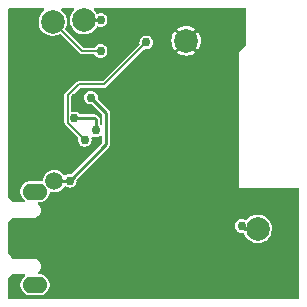
<source format=gbl>
G04 #@! TF.GenerationSoftware,KiCad,Pcbnew,(6.0.11)*
G04 #@! TF.CreationDate,2023-04-24T14:11:09-03:00*
G04 #@! TF.ProjectId,HappyFeet,48617070-7946-4656-9574-2e6b69636164,V0.7*
G04 #@! TF.SameCoordinates,Original*
G04 #@! TF.FileFunction,Copper,L2,Bot*
G04 #@! TF.FilePolarity,Positive*
%FSLAX46Y46*%
G04 Gerber Fmt 4.6, Leading zero omitted, Abs format (unit mm)*
G04 Created by KiCad (PCBNEW (6.0.11)) date 2023-04-24 14:11:09*
%MOMM*%
%LPD*%
G01*
G04 APERTURE LIST*
G04 #@! TA.AperFunction,ComponentPad*
%ADD10O,2.108200X1.397000*%
G04 #@! TD*
G04 #@! TA.AperFunction,SMDPad,CuDef*
%ADD11C,2.000000*%
G04 #@! TD*
G04 #@! TA.AperFunction,SMDPad,CuDef*
%ADD12C,1.500000*%
G04 #@! TD*
G04 #@! TA.AperFunction,ViaPad*
%ADD13C,0.762000*%
G04 #@! TD*
G04 #@! TA.AperFunction,Conductor*
%ADD14C,0.500000*%
G04 #@! TD*
G04 #@! TA.AperFunction,Conductor*
%ADD15C,0.250000*%
G04 #@! TD*
G04 #@! TA.AperFunction,Conductor*
%ADD16C,0.154000*%
G04 #@! TD*
G04 APERTURE END LIST*
D10*
G04 #@! TO.P,J1,10*
G04 #@! TO.N,N/C*
X102468200Y-85720300D03*
G04 #@! TO.P,J1,11*
X102468200Y-93619700D03*
G04 #@! TD*
D11*
G04 #@! TO.P,TP7,1,1*
G04 #@! TO.N,JTAG_TCK*
X103970000Y-71331500D03*
G04 #@! TD*
G04 #@! TO.P,TP10,1,1*
G04 #@! TO.N,GND*
X115270000Y-72951500D03*
G04 #@! TD*
G04 #@! TO.P,TP9,1,1*
G04 #@! TO.N,JTAG_TMS*
X106612500Y-71209000D03*
G04 #@! TD*
G04 #@! TO.P,TP6,1,1*
G04 #@! TO.N,+3V3*
X121317500Y-88879000D03*
G04 #@! TD*
D12*
G04 #@! TO.P,TP8,1,1*
G04 #@! TO.N,NRST*
X104105000Y-84831500D03*
G04 #@! TD*
D13*
G04 #@! TO.N,GND*
X110230000Y-80000000D03*
X113910000Y-75930000D03*
X105850000Y-77820000D03*
X117680000Y-73400000D03*
X116660000Y-80400000D03*
X117650000Y-92100000D03*
X118410000Y-94030000D03*
X116660000Y-78180000D03*
X118720000Y-89340000D03*
X113910111Y-78029900D03*
X116090000Y-71150000D03*
X117890000Y-85550000D03*
X122690000Y-87000000D03*
X112210000Y-79630000D03*
X118920000Y-82630000D03*
X111222500Y-91542500D03*
X111970000Y-71070000D03*
X102892500Y-81337500D03*
X101400000Y-78100000D03*
X110210000Y-76130000D03*
X121610000Y-91630000D03*
X106900000Y-88870000D03*
X119080000Y-77290000D03*
X110230000Y-82600000D03*
X113910022Y-79730000D03*
X123810000Y-91930000D03*
X114650000Y-82630000D03*
X117900000Y-87330000D03*
X118790000Y-72480000D03*
X112440000Y-82630000D03*
X110200000Y-77800000D03*
X124060000Y-88360000D03*
X116740000Y-82630000D03*
X119020000Y-78910000D03*
X105000000Y-94070000D03*
X109000000Y-92570000D03*
X114390000Y-88350000D03*
X112210000Y-78030000D03*
X113560000Y-87010000D03*
X121010000Y-93930000D03*
X118790000Y-73520000D03*
X119020000Y-80550000D03*
X108837500Y-73214000D03*
G04 #@! TO.N,+3V3*
X119977500Y-88634000D03*
G04 #@! TO.N,NRST*
X105400000Y-84800000D03*
X107200000Y-77760000D03*
G04 #@! TO.N,JTAG_TMS*
X108017500Y-71186500D03*
G04 #@! TO.N,JTAG_TCK*
X108015000Y-73816500D03*
G04 #@! TO.N,ACCINT*
X107660000Y-80550000D03*
X105800000Y-79520000D03*
G04 #@! TO.N,ACCCS*
X106682393Y-81327607D03*
X111900000Y-73100000D03*
G04 #@! TD*
D14*
G04 #@! TO.N,GND*
X112210000Y-79630000D02*
X113810022Y-79630000D01*
X113910011Y-78030000D02*
X113910111Y-78029900D01*
X113810022Y-79630000D02*
X113910022Y-79730000D01*
X112210000Y-78030000D02*
X113910011Y-78030000D01*
D15*
G04 #@! TO.N,+3V3*
X121317500Y-88879000D02*
X120222500Y-88879000D01*
X120222500Y-88879000D02*
X119977500Y-88634000D01*
G04 #@! TO.N,NRST*
X105400000Y-84800000D02*
X108492802Y-81707198D01*
X108492802Y-81707198D02*
X108492802Y-79052802D01*
X105400000Y-84800000D02*
X104136500Y-84800000D01*
X108492802Y-79052802D02*
X107200000Y-77760000D01*
X104136500Y-84800000D02*
X104105000Y-84831500D01*
G04 #@! TO.N,JTAG_TMS*
X108017500Y-71186500D02*
X106635000Y-71186500D01*
X106635000Y-71186500D02*
X106612500Y-71209000D01*
D16*
G04 #@! TO.N,JTAG_TCK*
X108015000Y-73816500D02*
X106455000Y-73816500D01*
X106455000Y-73816500D02*
X103970000Y-71331500D01*
D15*
G04 #@! TO.N,ACCINT*
X107510000Y-79520000D02*
X107630000Y-79640000D01*
X107630000Y-79640000D02*
X107630000Y-80520000D01*
X105800000Y-79520000D02*
X107510000Y-79520000D01*
X107630000Y-80520000D02*
X107660000Y-80550000D01*
D16*
G04 #@! TO.N,ACCCS*
X105241999Y-77549501D02*
X105291131Y-77549501D01*
X105291131Y-77549501D02*
X106191632Y-76649000D01*
X108351000Y-76649000D02*
X111900000Y-73100000D01*
X106191632Y-76649000D02*
X108351000Y-76649000D01*
X105241999Y-79887213D02*
X105241999Y-77549501D01*
X106682393Y-81327607D02*
X105241999Y-79887213D01*
G04 #@! TD*
G04 #@! TA.AperFunction,Conductor*
G04 #@! TO.N,GND*
G36*
X103233939Y-70219407D02*
G01*
X103269903Y-70268907D01*
X103269903Y-70330093D01*
X103241023Y-70373932D01*
X103208713Y-70402267D01*
X103095457Y-70501590D01*
X103092649Y-70505152D01*
X103000179Y-70622451D01*
X102958863Y-70674860D01*
X102856131Y-70870120D01*
X102790703Y-71080833D01*
X102790169Y-71085343D01*
X102790169Y-71085344D01*
X102787039Y-71111789D01*
X102764770Y-71299940D01*
X102767284Y-71338302D01*
X102776556Y-71479759D01*
X102779200Y-71520104D01*
X102780316Y-71524497D01*
X102780316Y-71524499D01*
X102803445Y-71615569D01*
X102833511Y-71733952D01*
X102925883Y-71934321D01*
X103053222Y-72114502D01*
X103211264Y-72268461D01*
X103394717Y-72391040D01*
X103597436Y-72478135D01*
X103675165Y-72495723D01*
X103808206Y-72525828D01*
X103808211Y-72525829D01*
X103812632Y-72526829D01*
X103922865Y-72531160D01*
X104028565Y-72535313D01*
X104028566Y-72535313D01*
X104033098Y-72535491D01*
X104251452Y-72503831D01*
X104255751Y-72502372D01*
X104255754Y-72502371D01*
X104456078Y-72434370D01*
X104460379Y-72432910D01*
X104535109Y-72391059D01*
X104595120Y-72379122D01*
X104653487Y-72407432D01*
X106224063Y-73978007D01*
X106226292Y-73980590D01*
X106228359Y-73984818D01*
X106235060Y-73991034D01*
X106261742Y-74015785D01*
X106264418Y-74018362D01*
X106277029Y-74030973D01*
X106280530Y-74033375D01*
X106283787Y-74036234D01*
X106304149Y-74055123D01*
X106312942Y-74058631D01*
X106313232Y-74058747D01*
X106332557Y-74069066D01*
X106333088Y-74069430D01*
X106340626Y-74074601D01*
X106361725Y-74079608D01*
X106364017Y-74080152D01*
X106377843Y-74084525D01*
X106400166Y-74093431D01*
X106405970Y-74094000D01*
X106410788Y-74094000D01*
X106429970Y-74096245D01*
X106432317Y-74096360D01*
X106441210Y-74098470D01*
X106467414Y-74094904D01*
X106480763Y-74094000D01*
X107446147Y-74094000D01*
X107504338Y-74112907D01*
X107524689Y-74132733D01*
X107600269Y-74231231D01*
X107721741Y-74324439D01*
X107863198Y-74383033D01*
X108015000Y-74403018D01*
X108166802Y-74383033D01*
X108308259Y-74324439D01*
X108429731Y-74231231D01*
X108522939Y-74109759D01*
X108581533Y-73968302D01*
X108601518Y-73816500D01*
X108581533Y-73664698D01*
X108522939Y-73523241D01*
X108429731Y-73401769D01*
X108308259Y-73308561D01*
X108166802Y-73249967D01*
X108015000Y-73229982D01*
X107863198Y-73249967D01*
X107721741Y-73308561D01*
X107600269Y-73401769D01*
X107596315Y-73406922D01*
X107524689Y-73500267D01*
X107474265Y-73534923D01*
X107446147Y-73539000D01*
X106610952Y-73539000D01*
X106552761Y-73520093D01*
X106540948Y-73510004D01*
X105045932Y-72014987D01*
X105018155Y-71960470D01*
X105029559Y-71896610D01*
X105045965Y-71867315D01*
X105071410Y-71821879D01*
X105089478Y-71768653D01*
X105140871Y-71617254D01*
X105140872Y-71617251D01*
X105142331Y-71612952D01*
X105155156Y-71524499D01*
X105173571Y-71397497D01*
X105173571Y-71397491D01*
X105173991Y-71394598D01*
X105175643Y-71331500D01*
X105155454Y-71111789D01*
X105145500Y-71076494D01*
X105096799Y-70903811D01*
X105096798Y-70903810D01*
X105095565Y-70899436D01*
X105093557Y-70895364D01*
X105093555Y-70895359D01*
X104999988Y-70705625D01*
X104997980Y-70701553D01*
X104865967Y-70524767D01*
X104703949Y-70374999D01*
X104704632Y-70374260D01*
X104672576Y-70327613D01*
X104674180Y-70266449D01*
X104711429Y-70217909D01*
X104767500Y-70200500D01*
X105678564Y-70200500D01*
X105736755Y-70219407D01*
X105772719Y-70268907D01*
X105772719Y-70330093D01*
X105743838Y-70373933D01*
X105737957Y-70379090D01*
X105735149Y-70382652D01*
X105641387Y-70501590D01*
X105601363Y-70552360D01*
X105599249Y-70556378D01*
X105564486Y-70622452D01*
X105498631Y-70747620D01*
X105497287Y-70751949D01*
X105453415Y-70893241D01*
X105433203Y-70958333D01*
X105407270Y-71177440D01*
X105421700Y-71397604D01*
X105422816Y-71401997D01*
X105422816Y-71401999D01*
X105472106Y-71596078D01*
X105476011Y-71611452D01*
X105568383Y-71811821D01*
X105695722Y-71992002D01*
X105698968Y-71995164D01*
X105817670Y-72110799D01*
X105853764Y-72145961D01*
X106037217Y-72268540D01*
X106239936Y-72355635D01*
X106317665Y-72373223D01*
X106450706Y-72403328D01*
X106450711Y-72403329D01*
X106455132Y-72404329D01*
X106565365Y-72408660D01*
X106671065Y-72412813D01*
X106671066Y-72412813D01*
X106675598Y-72412991D01*
X106893952Y-72381331D01*
X106898251Y-72379872D01*
X106898254Y-72379871D01*
X107098578Y-72311870D01*
X107102879Y-72310410D01*
X107174444Y-72270332D01*
X107291425Y-72204819D01*
X107295384Y-72202602D01*
X107465018Y-72061518D01*
X107529932Y-71983468D01*
X114481261Y-71983468D01*
X114485049Y-71989772D01*
X115258914Y-72763637D01*
X115270797Y-72769691D01*
X115275828Y-72768895D01*
X116052459Y-71992264D01*
X116058513Y-71980381D01*
X116058415Y-71979759D01*
X116053588Y-71974206D01*
X115900933Y-71867315D01*
X115893463Y-71863003D01*
X115703078Y-71774225D01*
X115694985Y-71771279D01*
X115492056Y-71716905D01*
X115483588Y-71715412D01*
X115274309Y-71697102D01*
X115265691Y-71697102D01*
X115056412Y-71715412D01*
X115047944Y-71716905D01*
X114845015Y-71771279D01*
X114836922Y-71774225D01*
X114646538Y-71863003D01*
X114639068Y-71867315D01*
X114489299Y-71972185D01*
X114481273Y-71982836D01*
X114481261Y-71983468D01*
X107529932Y-71983468D01*
X107606102Y-71891884D01*
X107608319Y-71887926D01*
X107608322Y-71887921D01*
X107675115Y-71768653D01*
X107720045Y-71727120D01*
X107780806Y-71719928D01*
X107799377Y-71725562D01*
X107865698Y-71753033D01*
X108017500Y-71773018D01*
X108169302Y-71753033D01*
X108310759Y-71694439D01*
X108432231Y-71601231D01*
X108525439Y-71479759D01*
X108584033Y-71338302D01*
X108604018Y-71186500D01*
X108584033Y-71034698D01*
X108525439Y-70893241D01*
X108432231Y-70771769D01*
X108310759Y-70678561D01*
X108202918Y-70633891D01*
X108175299Y-70622451D01*
X108169302Y-70619967D01*
X108017500Y-70599982D01*
X107865698Y-70619967D01*
X107859700Y-70622451D01*
X107859698Y-70622452D01*
X107781100Y-70655008D01*
X107720104Y-70659809D01*
X107667935Y-70627839D01*
X107654427Y-70607334D01*
X107640480Y-70579053D01*
X107508467Y-70402267D01*
X107487248Y-70382652D01*
X107475938Y-70372197D01*
X107446042Y-70318813D01*
X107453234Y-70258052D01*
X107494767Y-70213123D01*
X107543140Y-70200500D01*
X120271000Y-70200500D01*
X120329191Y-70219407D01*
X120365155Y-70268907D01*
X120370000Y-70299500D01*
X120370000Y-73248992D01*
X120351093Y-73307183D01*
X120341004Y-73318996D01*
X119760000Y-73900000D01*
X119760000Y-85380000D01*
X124700500Y-85380000D01*
X124758691Y-85398907D01*
X124794655Y-85448407D01*
X124799500Y-85479000D01*
X124799500Y-94700500D01*
X124780593Y-94758691D01*
X124731093Y-94794655D01*
X124700500Y-94799500D01*
X100299500Y-94799500D01*
X100241309Y-94780593D01*
X100205345Y-94731093D01*
X100200500Y-94700500D01*
X100200500Y-93119058D01*
X100219407Y-93060867D01*
X100229496Y-93049054D01*
X100554467Y-92724083D01*
X100608984Y-92696306D01*
X100624141Y-92695088D01*
X100799006Y-92694505D01*
X101551628Y-92691996D01*
X101609880Y-92710709D01*
X101646009Y-92760089D01*
X101646213Y-92821274D01*
X101610414Y-92870893D01*
X101601457Y-92876731D01*
X101585768Y-92885789D01*
X101585761Y-92885794D01*
X101581270Y-92888387D01*
X101440833Y-93014838D01*
X101329755Y-93167724D01*
X101252891Y-93340363D01*
X101213600Y-93525211D01*
X101213600Y-93714189D01*
X101252891Y-93899037D01*
X101329755Y-94071676D01*
X101440833Y-94224562D01*
X101581270Y-94351013D01*
X101744930Y-94445501D01*
X101924658Y-94503898D01*
X101981700Y-94509894D01*
X102062904Y-94518429D01*
X102062911Y-94518429D01*
X102065486Y-94518700D01*
X102870914Y-94518700D01*
X102873489Y-94518429D01*
X102873496Y-94518429D01*
X102954700Y-94509894D01*
X103011742Y-94503898D01*
X103191470Y-94445501D01*
X103355130Y-94351013D01*
X103495567Y-94224562D01*
X103606645Y-94071676D01*
X103683509Y-93899037D01*
X103722800Y-93714189D01*
X103722800Y-93525211D01*
X103683509Y-93340363D01*
X103606645Y-93167724D01*
X103495567Y-93014838D01*
X103355130Y-92888387D01*
X103252342Y-92829043D01*
X103195960Y-92796491D01*
X103195958Y-92796490D01*
X103191470Y-92793899D01*
X103011742Y-92735502D01*
X102954700Y-92729506D01*
X102873496Y-92720971D01*
X102873489Y-92720971D01*
X102870914Y-92720700D01*
X102775182Y-92720700D01*
X102716991Y-92701793D01*
X102681027Y-92652293D01*
X102681027Y-92591107D01*
X102705178Y-92551696D01*
X102807865Y-92449009D01*
X102885255Y-92325844D01*
X102933298Y-92188546D01*
X102949584Y-92044000D01*
X102933298Y-91899454D01*
X102885255Y-91762156D01*
X102807865Y-91638991D01*
X102705009Y-91536135D01*
X102581844Y-91458745D01*
X102576594Y-91456908D01*
X102576592Y-91456907D01*
X102449796Y-91412539D01*
X102449795Y-91412539D01*
X102444546Y-91410702D01*
X102439020Y-91410079D01*
X102439014Y-91410078D01*
X102316072Y-91396225D01*
X102307644Y-91394779D01*
X102306178Y-91394610D01*
X102300718Y-91393345D01*
X102300000Y-91393344D01*
X102294547Y-91394588D01*
X102294546Y-91394588D01*
X102288590Y-91395946D01*
X102266358Y-91398425D01*
X101121289Y-91395916D01*
X100603629Y-91394782D01*
X100545480Y-91375747D01*
X100532071Y-91363968D01*
X100429240Y-91255724D01*
X100227725Y-91043603D01*
X100201354Y-90988392D01*
X100200500Y-90975417D01*
X100200500Y-88634000D01*
X119390982Y-88634000D01*
X119410967Y-88785802D01*
X119469561Y-88927259D01*
X119562769Y-89048731D01*
X119684241Y-89141939D01*
X119825698Y-89200533D01*
X119977500Y-89220518D01*
X119983934Y-89219671D01*
X120072267Y-89208042D01*
X120132428Y-89219192D01*
X120174545Y-89263575D01*
X120178510Y-89273146D01*
X120179894Y-89277055D01*
X120181011Y-89281452D01*
X120273383Y-89481821D01*
X120400722Y-89662002D01*
X120558764Y-89815961D01*
X120742217Y-89938540D01*
X120944936Y-90025635D01*
X121022665Y-90043223D01*
X121155706Y-90073328D01*
X121155711Y-90073329D01*
X121160132Y-90074329D01*
X121270365Y-90078660D01*
X121376065Y-90082813D01*
X121376066Y-90082813D01*
X121380598Y-90082991D01*
X121598952Y-90051331D01*
X121603251Y-90049872D01*
X121603254Y-90049871D01*
X121803578Y-89981870D01*
X121807879Y-89980410D01*
X121879444Y-89940332D01*
X121996425Y-89874819D01*
X122000384Y-89872602D01*
X122170018Y-89731518D01*
X122311102Y-89561884D01*
X122418910Y-89369379D01*
X122454826Y-89263575D01*
X122488371Y-89164754D01*
X122488372Y-89164751D01*
X122489831Y-89160452D01*
X122521491Y-88942098D01*
X122522037Y-88921264D01*
X122523067Y-88881914D01*
X122523067Y-88881909D01*
X122523143Y-88879000D01*
X122502954Y-88659289D01*
X122453010Y-88482198D01*
X122444299Y-88451311D01*
X122444298Y-88451310D01*
X122443065Y-88446936D01*
X122441057Y-88442864D01*
X122441055Y-88442859D01*
X122347488Y-88253125D01*
X122345480Y-88249053D01*
X122213467Y-88072267D01*
X122077478Y-87946560D01*
X122054779Y-87925577D01*
X122054778Y-87925576D01*
X122051449Y-87922499D01*
X121986505Y-87881522D01*
X121868687Y-87807185D01*
X121864850Y-87804764D01*
X121659921Y-87723006D01*
X121443524Y-87679962D01*
X121334847Y-87678539D01*
X121227446Y-87677133D01*
X121227441Y-87677133D01*
X121222906Y-87677074D01*
X121218433Y-87677843D01*
X121218428Y-87677843D01*
X121009935Y-87713668D01*
X121009929Y-87713670D01*
X121005457Y-87714438D01*
X120977676Y-87724687D01*
X120802720Y-87789231D01*
X120802717Y-87789232D01*
X120798457Y-87790804D01*
X120794554Y-87793126D01*
X120794552Y-87793127D01*
X120776559Y-87803832D01*
X120608841Y-87903614D01*
X120605426Y-87906609D01*
X120605423Y-87906611D01*
X120528290Y-87974255D01*
X120442957Y-88049090D01*
X120440149Y-88052652D01*
X120399912Y-88103693D01*
X120349038Y-88137686D01*
X120287900Y-88135284D01*
X120274729Y-88129108D01*
X120270759Y-88126061D01*
X120129302Y-88067467D01*
X119977500Y-88047482D01*
X119825698Y-88067467D01*
X119684241Y-88126061D01*
X119562769Y-88219269D01*
X119469561Y-88340741D01*
X119410967Y-88482198D01*
X119390982Y-88634000D01*
X100200500Y-88634000D01*
X100200500Y-88369058D01*
X100219407Y-88310867D01*
X100229496Y-88299054D01*
X100554295Y-87974255D01*
X100608812Y-87946478D01*
X100624101Y-87945259D01*
X102265819Y-87942067D01*
X102288366Y-87944625D01*
X102293813Y-87945888D01*
X102293819Y-87945889D01*
X102299282Y-87947155D01*
X102300000Y-87947156D01*
X102305456Y-87945911D01*
X102307184Y-87945718D01*
X102314671Y-87944447D01*
X102439577Y-87930373D01*
X102445106Y-87929750D01*
X102582936Y-87881522D01*
X102706578Y-87803832D01*
X102809832Y-87700578D01*
X102822823Y-87679903D01*
X102884564Y-87581644D01*
X102884565Y-87581642D01*
X102887522Y-87576936D01*
X102935750Y-87439106D01*
X102952100Y-87294000D01*
X102935750Y-87148894D01*
X102887522Y-87011064D01*
X102880245Y-86999482D01*
X102812791Y-86892131D01*
X102812790Y-86892130D01*
X102809832Y-86887422D01*
X102710714Y-86788304D01*
X102682937Y-86733787D01*
X102692508Y-86673355D01*
X102735773Y-86630090D01*
X102780718Y-86619300D01*
X102870914Y-86619300D01*
X102873489Y-86619029D01*
X102873496Y-86619029D01*
X102954700Y-86610494D01*
X103011742Y-86604498D01*
X103191470Y-86546101D01*
X103254558Y-86509678D01*
X103350639Y-86454206D01*
X103350640Y-86454205D01*
X103355130Y-86451613D01*
X103495567Y-86325162D01*
X103606645Y-86172276D01*
X103683509Y-85999637D01*
X103721416Y-85821300D01*
X103752009Y-85768312D01*
X103807905Y-85743425D01*
X103848846Y-85747729D01*
X103895293Y-85762821D01*
X103895304Y-85762823D01*
X103899907Y-85764319D01*
X104084998Y-85786390D01*
X104089820Y-85786019D01*
X104089823Y-85786019D01*
X104266023Y-85772461D01*
X104266028Y-85772460D01*
X104270851Y-85772089D01*
X104450387Y-85721962D01*
X104454700Y-85719783D01*
X104454706Y-85719781D01*
X104612447Y-85640100D01*
X104612449Y-85640098D01*
X104616768Y-85637917D01*
X104763655Y-85523156D01*
X104885454Y-85382050D01*
X104925798Y-85311032D01*
X104970980Y-85269776D01*
X105031784Y-85262956D01*
X105072144Y-85281392D01*
X105106741Y-85307939D01*
X105248198Y-85366533D01*
X105400000Y-85386518D01*
X105551802Y-85366533D01*
X105693259Y-85307939D01*
X105814731Y-85214731D01*
X105907939Y-85093259D01*
X105966533Y-84951802D01*
X105986518Y-84800000D01*
X105985671Y-84793566D01*
X105978210Y-84736893D01*
X105989360Y-84676732D01*
X106006359Y-84653967D01*
X108709859Y-81950467D01*
X108716227Y-81944632D01*
X108745996Y-81919653D01*
X108765431Y-81885990D01*
X108770070Y-81878709D01*
X108771789Y-81876254D01*
X108792356Y-81846882D01*
X108794598Y-81838515D01*
X108797061Y-81833234D01*
X108799059Y-81827744D01*
X108803390Y-81820243D01*
X108810138Y-81781976D01*
X108812007Y-81773547D01*
X108819825Y-81744368D01*
X108822066Y-81736004D01*
X108818679Y-81697288D01*
X108818302Y-81688660D01*
X108818302Y-79071328D01*
X108818679Y-79062700D01*
X108821310Y-79032622D01*
X108822065Y-79023995D01*
X108819824Y-79015632D01*
X108819824Y-79015629D01*
X108812008Y-78986458D01*
X108810139Y-78978030D01*
X108806155Y-78955436D01*
X108803390Y-78939757D01*
X108799059Y-78932254D01*
X108797060Y-78926763D01*
X108794598Y-78921483D01*
X108792356Y-78913118D01*
X108770070Y-78881291D01*
X108765429Y-78874007D01*
X108750325Y-78847846D01*
X108745996Y-78840347D01*
X108716231Y-78815371D01*
X108709863Y-78809537D01*
X107806359Y-77906033D01*
X107778582Y-77851516D01*
X107778210Y-77823107D01*
X107785671Y-77766434D01*
X107785671Y-77766433D01*
X107786518Y-77760000D01*
X107766533Y-77608198D01*
X107707939Y-77466741D01*
X107614731Y-77345269D01*
X107493259Y-77252061D01*
X107351802Y-77193467D01*
X107200000Y-77173482D01*
X107048198Y-77193467D01*
X106906741Y-77252061D01*
X106785269Y-77345269D01*
X106692061Y-77466741D01*
X106633467Y-77608198D01*
X106613482Y-77760000D01*
X106633467Y-77911802D01*
X106692061Y-78053259D01*
X106785269Y-78174731D01*
X106906741Y-78267939D01*
X107048198Y-78326533D01*
X107200000Y-78346518D01*
X107206433Y-78345671D01*
X107206434Y-78345671D01*
X107263107Y-78338210D01*
X107323268Y-78349360D01*
X107346033Y-78366359D01*
X108138306Y-79158632D01*
X108166083Y-79213149D01*
X108167302Y-79228636D01*
X108167302Y-80005550D01*
X108148395Y-80063741D01*
X108098895Y-80099705D01*
X108037709Y-80099705D01*
X108008035Y-80084092D01*
X107994231Y-80073500D01*
X107959576Y-80023075D01*
X107955500Y-79994959D01*
X107955500Y-79658534D01*
X107955877Y-79649905D01*
X107958509Y-79619822D01*
X107959264Y-79611193D01*
X107949204Y-79573650D01*
X107947334Y-79565216D01*
X107942092Y-79535483D01*
X107942091Y-79535481D01*
X107940588Y-79526955D01*
X107936258Y-79519456D01*
X107934262Y-79513971D01*
X107931796Y-79508684D01*
X107929554Y-79500316D01*
X107907268Y-79468489D01*
X107902627Y-79461205D01*
X107887523Y-79435044D01*
X107883194Y-79427545D01*
X107853429Y-79402569D01*
X107847061Y-79396735D01*
X107753269Y-79302943D01*
X107747434Y-79296575D01*
X107722455Y-79266806D01*
X107688792Y-79247371D01*
X107681511Y-79242732D01*
X107679056Y-79241013D01*
X107649684Y-79220446D01*
X107641316Y-79218204D01*
X107636029Y-79215738D01*
X107630544Y-79213742D01*
X107623045Y-79209412D01*
X107614519Y-79207909D01*
X107614517Y-79207908D01*
X107584784Y-79202666D01*
X107576349Y-79200796D01*
X107547174Y-79192978D01*
X107538807Y-79190736D01*
X107530178Y-79191491D01*
X107500095Y-79194123D01*
X107491466Y-79194500D01*
X106332021Y-79194500D01*
X106273830Y-79175593D01*
X106253479Y-79155767D01*
X106218685Y-79110422D01*
X106214731Y-79105269D01*
X106093259Y-79012061D01*
X105951802Y-78953467D01*
X105800000Y-78933482D01*
X105793566Y-78934329D01*
X105654629Y-78952620D01*
X105654626Y-78952621D01*
X105648198Y-78953467D01*
X105643520Y-78955405D01*
X105583019Y-78952233D01*
X105535469Y-78913726D01*
X105519499Y-78859809D01*
X105519499Y-77754586D01*
X105538406Y-77696395D01*
X105548495Y-77684582D01*
X106277581Y-76955496D01*
X106332098Y-76927719D01*
X106347585Y-76926500D01*
X108301906Y-76926500D01*
X108305309Y-76926750D01*
X108309759Y-76928278D01*
X108355259Y-76926570D01*
X108358972Y-76926500D01*
X108376810Y-76926500D01*
X108380986Y-76925722D01*
X108385310Y-76925442D01*
X108395504Y-76925059D01*
X108403929Y-76924743D01*
X108403930Y-76924743D01*
X108413064Y-76924400D01*
X108421462Y-76920792D01*
X108421466Y-76920791D01*
X108422059Y-76920536D01*
X108443003Y-76914172D01*
X108452630Y-76912379D01*
X108473087Y-76899769D01*
X108485957Y-76893083D01*
X108501632Y-76886349D01*
X108501634Y-76886348D01*
X108508046Y-76883593D01*
X108512553Y-76879892D01*
X108515964Y-76876481D01*
X108531102Y-76864516D01*
X108532852Y-76862929D01*
X108540631Y-76858134D01*
X108556628Y-76837097D01*
X108565428Y-76827017D01*
X111469826Y-73922619D01*
X114481487Y-73922619D01*
X114481585Y-73923241D01*
X114486412Y-73928794D01*
X114639067Y-74035685D01*
X114646537Y-74039997D01*
X114836922Y-74128775D01*
X114845015Y-74131721D01*
X115047944Y-74186095D01*
X115056412Y-74187588D01*
X115265691Y-74205898D01*
X115274309Y-74205898D01*
X115483588Y-74187588D01*
X115492056Y-74186095D01*
X115694985Y-74131721D01*
X115703078Y-74128775D01*
X115893463Y-74039997D01*
X115900933Y-74035685D01*
X116050701Y-73930815D01*
X116058727Y-73920164D01*
X116058739Y-73919532D01*
X116054951Y-73913228D01*
X115281086Y-73139363D01*
X115269203Y-73133309D01*
X115264172Y-73134105D01*
X114487541Y-73910736D01*
X114481487Y-73922619D01*
X111469826Y-73922619D01*
X111693983Y-73698462D01*
X111748500Y-73670685D01*
X111776909Y-73670313D01*
X111893566Y-73685671D01*
X111900000Y-73686518D01*
X112051802Y-73666533D01*
X112067560Y-73660006D01*
X112085418Y-73652609D01*
X112193259Y-73607939D01*
X112314731Y-73514731D01*
X112407939Y-73393259D01*
X112466533Y-73251802D01*
X112486518Y-73100000D01*
X112467535Y-72955809D01*
X114015602Y-72955809D01*
X114033912Y-73165088D01*
X114035405Y-73173556D01*
X114089779Y-73376485D01*
X114092725Y-73384578D01*
X114181503Y-73574962D01*
X114185815Y-73582432D01*
X114290685Y-73732201D01*
X114301336Y-73740227D01*
X114301968Y-73740239D01*
X114308272Y-73736451D01*
X115082137Y-72962586D01*
X115087379Y-72952297D01*
X115451809Y-72952297D01*
X115452605Y-72957328D01*
X116229236Y-73733959D01*
X116241119Y-73740013D01*
X116241741Y-73739915D01*
X116247294Y-73735088D01*
X116354185Y-73582432D01*
X116358497Y-73574962D01*
X116447275Y-73384578D01*
X116450221Y-73376485D01*
X116504595Y-73173556D01*
X116506088Y-73165088D01*
X116524398Y-72955809D01*
X116524398Y-72947191D01*
X116506088Y-72737912D01*
X116504595Y-72729444D01*
X116450221Y-72526515D01*
X116447275Y-72518422D01*
X116358497Y-72328038D01*
X116354185Y-72320568D01*
X116249315Y-72170799D01*
X116238664Y-72162773D01*
X116238032Y-72162761D01*
X116231728Y-72166549D01*
X115457863Y-72940414D01*
X115451809Y-72952297D01*
X115087379Y-72952297D01*
X115088191Y-72950703D01*
X115087395Y-72945672D01*
X114310764Y-72169041D01*
X114298881Y-72162987D01*
X114298259Y-72163085D01*
X114292706Y-72167912D01*
X114185815Y-72320568D01*
X114181503Y-72328038D01*
X114092725Y-72518422D01*
X114089779Y-72526515D01*
X114035405Y-72729444D01*
X114033912Y-72737912D01*
X114015602Y-72947191D01*
X114015602Y-72955809D01*
X112467535Y-72955809D01*
X112466533Y-72948198D01*
X112407939Y-72806741D01*
X112314731Y-72685269D01*
X112193259Y-72592061D01*
X112051802Y-72533467D01*
X111900000Y-72513482D01*
X111748198Y-72533467D01*
X111606741Y-72592061D01*
X111485269Y-72685269D01*
X111392061Y-72806741D01*
X111333467Y-72948198D01*
X111313482Y-73100000D01*
X111314329Y-73106434D01*
X111329687Y-73223091D01*
X111318537Y-73283252D01*
X111301538Y-73306017D01*
X108265051Y-76342504D01*
X108210534Y-76370281D01*
X108195047Y-76371500D01*
X106240726Y-76371500D01*
X106237323Y-76371250D01*
X106232873Y-76369722D01*
X106187374Y-76371430D01*
X106183660Y-76371500D01*
X106165822Y-76371500D01*
X106161646Y-76372278D01*
X106157322Y-76372558D01*
X106147128Y-76372941D01*
X106138703Y-76373257D01*
X106138702Y-76373257D01*
X106129568Y-76373600D01*
X106121170Y-76377208D01*
X106121166Y-76377209D01*
X106120573Y-76377464D01*
X106099629Y-76383828D01*
X106090002Y-76385621D01*
X106082219Y-76390419D01*
X106082218Y-76390419D01*
X106069545Y-76398231D01*
X106056675Y-76404917D01*
X106041005Y-76411649D01*
X106041004Y-76411650D01*
X106034586Y-76414407D01*
X106030080Y-76418108D01*
X106026670Y-76421518D01*
X106011528Y-76433487D01*
X106009784Y-76435069D01*
X106002001Y-76439866D01*
X105996469Y-76447142D01*
X105996468Y-76447142D01*
X105986001Y-76460907D01*
X105977201Y-76470987D01*
X105187593Y-77260595D01*
X105153230Y-77282953D01*
X105149353Y-77284449D01*
X105140369Y-77286122D01*
X105132589Y-77290917D01*
X105132588Y-77290918D01*
X105112052Y-77303577D01*
X105103582Y-77308243D01*
X105081892Y-77318846D01*
X105081891Y-77318847D01*
X105073681Y-77322860D01*
X105067468Y-77329557D01*
X105063667Y-77332380D01*
X105060148Y-77335571D01*
X105052368Y-77340367D01*
X105046836Y-77347643D01*
X105046835Y-77347643D01*
X105032226Y-77366855D01*
X105026002Y-77374259D01*
X105003376Y-77398650D01*
X104999988Y-77407141D01*
X104997452Y-77411153D01*
X104995326Y-77415381D01*
X104989794Y-77422655D01*
X104987252Y-77431434D01*
X104980538Y-77454617D01*
X104977397Y-77463764D01*
X104965068Y-77494667D01*
X104964499Y-77500471D01*
X104964499Y-77502697D01*
X104964172Y-77507148D01*
X104963581Y-77513176D01*
X104961039Y-77521953D01*
X104961827Y-77531054D01*
X104961827Y-77531056D01*
X104964130Y-77557642D01*
X104964499Y-77566184D01*
X104964499Y-79838119D01*
X104964249Y-79841522D01*
X104962721Y-79845972D01*
X104963064Y-79855107D01*
X104964429Y-79891471D01*
X104964499Y-79895185D01*
X104964499Y-79913023D01*
X104965277Y-79917199D01*
X104965558Y-79921531D01*
X104966202Y-79938685D01*
X104966599Y-79949277D01*
X104970207Y-79957675D01*
X104970208Y-79957679D01*
X104970463Y-79958272D01*
X104976827Y-79979216D01*
X104978620Y-79988843D01*
X104983418Y-79996626D01*
X104983418Y-79996627D01*
X104991230Y-80009300D01*
X104997916Y-80022170D01*
X105000395Y-80027939D01*
X105007406Y-80044259D01*
X105011107Y-80048766D01*
X105014518Y-80052177D01*
X105026483Y-80067315D01*
X105028070Y-80069065D01*
X105032865Y-80076844D01*
X105040141Y-80082377D01*
X105053902Y-80092841D01*
X105063982Y-80101641D01*
X106083931Y-81121590D01*
X106111708Y-81176107D01*
X106112080Y-81204516D01*
X106095875Y-81327607D01*
X106115860Y-81479409D01*
X106174454Y-81620866D01*
X106267662Y-81742338D01*
X106389134Y-81835546D01*
X106530591Y-81894140D01*
X106657568Y-81910857D01*
X106667422Y-81912154D01*
X106682393Y-81914125D01*
X106697365Y-81912154D01*
X106707218Y-81910857D01*
X106834195Y-81894140D01*
X106975652Y-81835546D01*
X107097124Y-81742338D01*
X107190332Y-81620866D01*
X107248926Y-81479409D01*
X107268911Y-81327607D01*
X107248926Y-81175805D01*
X107249988Y-81175665D01*
X107252865Y-81120736D01*
X107291369Y-81073184D01*
X107350469Y-81057347D01*
X107383177Y-81064747D01*
X107508198Y-81116533D01*
X107660000Y-81136518D01*
X107811802Y-81116533D01*
X107953259Y-81057939D01*
X108008036Y-81015908D01*
X108065711Y-80995484D01*
X108124376Y-81012862D01*
X108161624Y-81061403D01*
X108167302Y-81094450D01*
X108167302Y-81531364D01*
X108148395Y-81589555D01*
X108138306Y-81601368D01*
X105546033Y-84193641D01*
X105491516Y-84221418D01*
X105463107Y-84221790D01*
X105406434Y-84214329D01*
X105406433Y-84214329D01*
X105400000Y-84213482D01*
X105248198Y-84233467D01*
X105106741Y-84292061D01*
X105101592Y-84296012D01*
X105048941Y-84336412D01*
X104991265Y-84356836D01*
X104932599Y-84339458D01*
X104906702Y-84310450D01*
X104905475Y-84311265D01*
X104902796Y-84307234D01*
X104900522Y-84302956D01*
X104782710Y-84158505D01*
X104778981Y-84155420D01*
X104642812Y-84042770D01*
X104642810Y-84042769D01*
X104639085Y-84039687D01*
X104475116Y-83951029D01*
X104297049Y-83895909D01*
X104292239Y-83895403D01*
X104292237Y-83895403D01*
X104116484Y-83876930D01*
X104116482Y-83876930D01*
X104111668Y-83876424D01*
X104049673Y-83882066D01*
X103930852Y-83892879D01*
X103930848Y-83892880D01*
X103926032Y-83893318D01*
X103921390Y-83894684D01*
X103921386Y-83894685D01*
X103751861Y-83944580D01*
X103751858Y-83944581D01*
X103747214Y-83945948D01*
X103582023Y-84032307D01*
X103578247Y-84035343D01*
X103578244Y-84035345D01*
X103440523Y-84146076D01*
X103436752Y-84149108D01*
X103433644Y-84152812D01*
X103320044Y-84288195D01*
X103320041Y-84288199D01*
X103316935Y-84291901D01*
X103227135Y-84455246D01*
X103170772Y-84632924D01*
X103170232Y-84637736D01*
X103170232Y-84637737D01*
X103156722Y-84758182D01*
X103131446Y-84813903D01*
X103078246Y-84844125D01*
X103027746Y-84841302D01*
X103025772Y-84840660D01*
X103011742Y-84836102D01*
X102954700Y-84830106D01*
X102873496Y-84821571D01*
X102873489Y-84821571D01*
X102870914Y-84821300D01*
X102065486Y-84821300D01*
X102062911Y-84821571D01*
X102062904Y-84821571D01*
X101981700Y-84830106D01*
X101924658Y-84836102D01*
X101744930Y-84894499D01*
X101740442Y-84897090D01*
X101740440Y-84897091D01*
X101645677Y-84951802D01*
X101581270Y-84988987D01*
X101440833Y-85115438D01*
X101329755Y-85268324D01*
X101327648Y-85273056D01*
X101327647Y-85273058D01*
X101271616Y-85398907D01*
X101252891Y-85440963D01*
X101213600Y-85625811D01*
X101213600Y-85814789D01*
X101252891Y-85999637D01*
X101329755Y-86172276D01*
X101440833Y-86325162D01*
X101581270Y-86451613D01*
X101585760Y-86454205D01*
X101585761Y-86454206D01*
X101596911Y-86460643D01*
X101637853Y-86506112D01*
X101644250Y-86566962D01*
X101613659Y-86619951D01*
X101557764Y-86644838D01*
X101547332Y-86645381D01*
X100779827Y-86644750D01*
X100603598Y-86644605D01*
X100545422Y-86625650D01*
X100531904Y-86613791D01*
X100227725Y-86293603D01*
X100201354Y-86238393D01*
X100200500Y-86225417D01*
X100200500Y-70299500D01*
X100219407Y-70241309D01*
X100268907Y-70205345D01*
X100299500Y-70200500D01*
X103175748Y-70200500D01*
X103233939Y-70219407D01*
G37*
G04 #@! TD.AperFunction*
G04 #@! TD*
M02*

</source>
